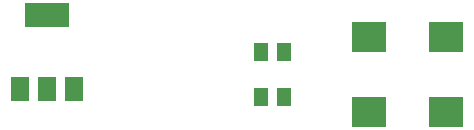
<source format=gbr>
G04 EAGLE Gerber RS-274X export*
G75*
%MOMM*%
%FSLAX34Y34*%
%LPD*%
%INSolderpaste Top*%
%IPPOS*%
%AMOC8*
5,1,8,0,0,1.08239X$1,22.5*%
G01*
%ADD10R,2.900000X2.500000*%
%ADD11R,1.500000X2.000000*%
%ADD12R,3.800000X2.000000*%
%ADD13R,1.300000X1.600000*%


D10*
X451600Y190500D03*
X386600Y190500D03*
X451600Y254000D03*
X386600Y254000D03*
D11*
X91300Y209800D03*
X114300Y209800D03*
X137300Y209800D03*
D12*
X114300Y272800D03*
D13*
X295300Y203200D03*
X314300Y203200D03*
X295300Y241300D03*
X314300Y241300D03*
M02*

</source>
